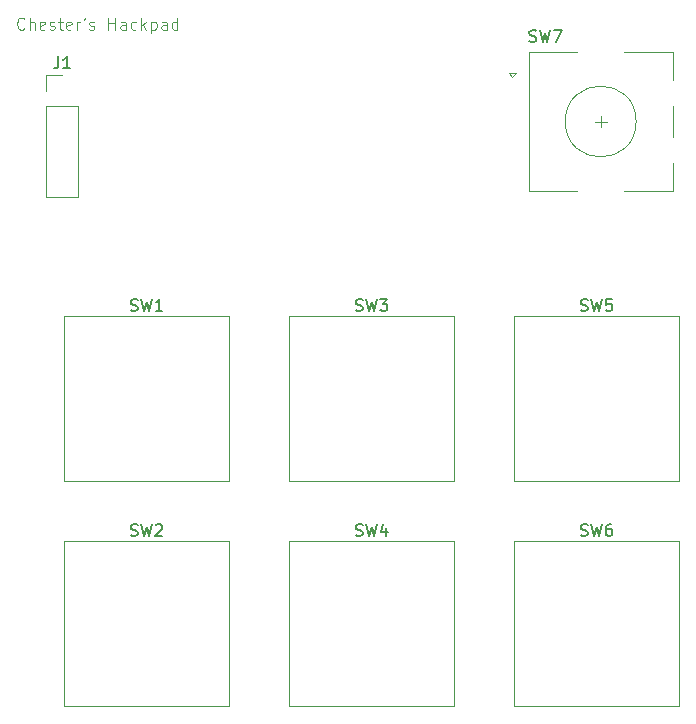
<source format=gto>
%TF.GenerationSoftware,KiCad,Pcbnew,9.0.6*%
%TF.CreationDate,2025-12-10T10:35:02-08:00*%
%TF.ProjectId,hackpad,6861636b-7061-4642-9e6b-696361645f70,rev?*%
%TF.SameCoordinates,Original*%
%TF.FileFunction,Legend,Top*%
%TF.FilePolarity,Positive*%
%FSLAX46Y46*%
G04 Gerber Fmt 4.6, Leading zero omitted, Abs format (unit mm)*
G04 Created by KiCad (PCBNEW 9.0.6) date 2025-12-10 10:35:02*
%MOMM*%
%LPD*%
G01*
G04 APERTURE LIST*
%ADD10C,0.100000*%
%ADD11C,0.150000*%
%ADD12C,0.120000*%
G04 APERTURE END LIST*
D10*
X73011312Y-111537180D02*
X72963693Y-111584800D01*
X72963693Y-111584800D02*
X72820836Y-111632419D01*
X72820836Y-111632419D02*
X72725598Y-111632419D01*
X72725598Y-111632419D02*
X72582741Y-111584800D01*
X72582741Y-111584800D02*
X72487503Y-111489561D01*
X72487503Y-111489561D02*
X72439884Y-111394323D01*
X72439884Y-111394323D02*
X72392265Y-111203847D01*
X72392265Y-111203847D02*
X72392265Y-111060990D01*
X72392265Y-111060990D02*
X72439884Y-110870514D01*
X72439884Y-110870514D02*
X72487503Y-110775276D01*
X72487503Y-110775276D02*
X72582741Y-110680038D01*
X72582741Y-110680038D02*
X72725598Y-110632419D01*
X72725598Y-110632419D02*
X72820836Y-110632419D01*
X72820836Y-110632419D02*
X72963693Y-110680038D01*
X72963693Y-110680038D02*
X73011312Y-110727657D01*
X73439884Y-111632419D02*
X73439884Y-110632419D01*
X73868455Y-111632419D02*
X73868455Y-111108609D01*
X73868455Y-111108609D02*
X73820836Y-111013371D01*
X73820836Y-111013371D02*
X73725598Y-110965752D01*
X73725598Y-110965752D02*
X73582741Y-110965752D01*
X73582741Y-110965752D02*
X73487503Y-111013371D01*
X73487503Y-111013371D02*
X73439884Y-111060990D01*
X74725598Y-111584800D02*
X74630360Y-111632419D01*
X74630360Y-111632419D02*
X74439884Y-111632419D01*
X74439884Y-111632419D02*
X74344646Y-111584800D01*
X74344646Y-111584800D02*
X74297027Y-111489561D01*
X74297027Y-111489561D02*
X74297027Y-111108609D01*
X74297027Y-111108609D02*
X74344646Y-111013371D01*
X74344646Y-111013371D02*
X74439884Y-110965752D01*
X74439884Y-110965752D02*
X74630360Y-110965752D01*
X74630360Y-110965752D02*
X74725598Y-111013371D01*
X74725598Y-111013371D02*
X74773217Y-111108609D01*
X74773217Y-111108609D02*
X74773217Y-111203847D01*
X74773217Y-111203847D02*
X74297027Y-111299085D01*
X75154170Y-111584800D02*
X75249408Y-111632419D01*
X75249408Y-111632419D02*
X75439884Y-111632419D01*
X75439884Y-111632419D02*
X75535122Y-111584800D01*
X75535122Y-111584800D02*
X75582741Y-111489561D01*
X75582741Y-111489561D02*
X75582741Y-111441942D01*
X75582741Y-111441942D02*
X75535122Y-111346704D01*
X75535122Y-111346704D02*
X75439884Y-111299085D01*
X75439884Y-111299085D02*
X75297027Y-111299085D01*
X75297027Y-111299085D02*
X75201789Y-111251466D01*
X75201789Y-111251466D02*
X75154170Y-111156228D01*
X75154170Y-111156228D02*
X75154170Y-111108609D01*
X75154170Y-111108609D02*
X75201789Y-111013371D01*
X75201789Y-111013371D02*
X75297027Y-110965752D01*
X75297027Y-110965752D02*
X75439884Y-110965752D01*
X75439884Y-110965752D02*
X75535122Y-111013371D01*
X75868456Y-110965752D02*
X76249408Y-110965752D01*
X76011313Y-110632419D02*
X76011313Y-111489561D01*
X76011313Y-111489561D02*
X76058932Y-111584800D01*
X76058932Y-111584800D02*
X76154170Y-111632419D01*
X76154170Y-111632419D02*
X76249408Y-111632419D01*
X76963694Y-111584800D02*
X76868456Y-111632419D01*
X76868456Y-111632419D02*
X76677980Y-111632419D01*
X76677980Y-111632419D02*
X76582742Y-111584800D01*
X76582742Y-111584800D02*
X76535123Y-111489561D01*
X76535123Y-111489561D02*
X76535123Y-111108609D01*
X76535123Y-111108609D02*
X76582742Y-111013371D01*
X76582742Y-111013371D02*
X76677980Y-110965752D01*
X76677980Y-110965752D02*
X76868456Y-110965752D01*
X76868456Y-110965752D02*
X76963694Y-111013371D01*
X76963694Y-111013371D02*
X77011313Y-111108609D01*
X77011313Y-111108609D02*
X77011313Y-111203847D01*
X77011313Y-111203847D02*
X76535123Y-111299085D01*
X77439885Y-111632419D02*
X77439885Y-110965752D01*
X77439885Y-111156228D02*
X77487504Y-111060990D01*
X77487504Y-111060990D02*
X77535123Y-111013371D01*
X77535123Y-111013371D02*
X77630361Y-110965752D01*
X77630361Y-110965752D02*
X77725599Y-110965752D01*
X78106552Y-110632419D02*
X78011314Y-110822895D01*
X78487504Y-111584800D02*
X78582742Y-111632419D01*
X78582742Y-111632419D02*
X78773218Y-111632419D01*
X78773218Y-111632419D02*
X78868456Y-111584800D01*
X78868456Y-111584800D02*
X78916075Y-111489561D01*
X78916075Y-111489561D02*
X78916075Y-111441942D01*
X78916075Y-111441942D02*
X78868456Y-111346704D01*
X78868456Y-111346704D02*
X78773218Y-111299085D01*
X78773218Y-111299085D02*
X78630361Y-111299085D01*
X78630361Y-111299085D02*
X78535123Y-111251466D01*
X78535123Y-111251466D02*
X78487504Y-111156228D01*
X78487504Y-111156228D02*
X78487504Y-111108609D01*
X78487504Y-111108609D02*
X78535123Y-111013371D01*
X78535123Y-111013371D02*
X78630361Y-110965752D01*
X78630361Y-110965752D02*
X78773218Y-110965752D01*
X78773218Y-110965752D02*
X78868456Y-111013371D01*
X80106552Y-111632419D02*
X80106552Y-110632419D01*
X80106552Y-111108609D02*
X80677980Y-111108609D01*
X80677980Y-111632419D02*
X80677980Y-110632419D01*
X81582742Y-111632419D02*
X81582742Y-111108609D01*
X81582742Y-111108609D02*
X81535123Y-111013371D01*
X81535123Y-111013371D02*
X81439885Y-110965752D01*
X81439885Y-110965752D02*
X81249409Y-110965752D01*
X81249409Y-110965752D02*
X81154171Y-111013371D01*
X81582742Y-111584800D02*
X81487504Y-111632419D01*
X81487504Y-111632419D02*
X81249409Y-111632419D01*
X81249409Y-111632419D02*
X81154171Y-111584800D01*
X81154171Y-111584800D02*
X81106552Y-111489561D01*
X81106552Y-111489561D02*
X81106552Y-111394323D01*
X81106552Y-111394323D02*
X81154171Y-111299085D01*
X81154171Y-111299085D02*
X81249409Y-111251466D01*
X81249409Y-111251466D02*
X81487504Y-111251466D01*
X81487504Y-111251466D02*
X81582742Y-111203847D01*
X82487504Y-111584800D02*
X82392266Y-111632419D01*
X82392266Y-111632419D02*
X82201790Y-111632419D01*
X82201790Y-111632419D02*
X82106552Y-111584800D01*
X82106552Y-111584800D02*
X82058933Y-111537180D01*
X82058933Y-111537180D02*
X82011314Y-111441942D01*
X82011314Y-111441942D02*
X82011314Y-111156228D01*
X82011314Y-111156228D02*
X82058933Y-111060990D01*
X82058933Y-111060990D02*
X82106552Y-111013371D01*
X82106552Y-111013371D02*
X82201790Y-110965752D01*
X82201790Y-110965752D02*
X82392266Y-110965752D01*
X82392266Y-110965752D02*
X82487504Y-111013371D01*
X82916076Y-111632419D02*
X82916076Y-110632419D01*
X83011314Y-111251466D02*
X83297028Y-111632419D01*
X83297028Y-110965752D02*
X82916076Y-111346704D01*
X83725600Y-110965752D02*
X83725600Y-111965752D01*
X83725600Y-111013371D02*
X83820838Y-110965752D01*
X83820838Y-110965752D02*
X84011314Y-110965752D01*
X84011314Y-110965752D02*
X84106552Y-111013371D01*
X84106552Y-111013371D02*
X84154171Y-111060990D01*
X84154171Y-111060990D02*
X84201790Y-111156228D01*
X84201790Y-111156228D02*
X84201790Y-111441942D01*
X84201790Y-111441942D02*
X84154171Y-111537180D01*
X84154171Y-111537180D02*
X84106552Y-111584800D01*
X84106552Y-111584800D02*
X84011314Y-111632419D01*
X84011314Y-111632419D02*
X83820838Y-111632419D01*
X83820838Y-111632419D02*
X83725600Y-111584800D01*
X85058933Y-111632419D02*
X85058933Y-111108609D01*
X85058933Y-111108609D02*
X85011314Y-111013371D01*
X85011314Y-111013371D02*
X84916076Y-110965752D01*
X84916076Y-110965752D02*
X84725600Y-110965752D01*
X84725600Y-110965752D02*
X84630362Y-111013371D01*
X85058933Y-111584800D02*
X84963695Y-111632419D01*
X84963695Y-111632419D02*
X84725600Y-111632419D01*
X84725600Y-111632419D02*
X84630362Y-111584800D01*
X84630362Y-111584800D02*
X84582743Y-111489561D01*
X84582743Y-111489561D02*
X84582743Y-111394323D01*
X84582743Y-111394323D02*
X84630362Y-111299085D01*
X84630362Y-111299085D02*
X84725600Y-111251466D01*
X84725600Y-111251466D02*
X84963695Y-111251466D01*
X84963695Y-111251466D02*
X85058933Y-111203847D01*
X85963695Y-111632419D02*
X85963695Y-110632419D01*
X85963695Y-111584800D02*
X85868457Y-111632419D01*
X85868457Y-111632419D02*
X85677981Y-111632419D01*
X85677981Y-111632419D02*
X85582743Y-111584800D01*
X85582743Y-111584800D02*
X85535124Y-111537180D01*
X85535124Y-111537180D02*
X85487505Y-111441942D01*
X85487505Y-111441942D02*
X85487505Y-111156228D01*
X85487505Y-111156228D02*
X85535124Y-111060990D01*
X85535124Y-111060990D02*
X85582743Y-111013371D01*
X85582743Y-111013371D02*
X85677981Y-110965752D01*
X85677981Y-110965752D02*
X85868457Y-110965752D01*
X85868457Y-110965752D02*
X85963695Y-111013371D01*
D11*
X82010417Y-154458200D02*
X82153274Y-154505819D01*
X82153274Y-154505819D02*
X82391369Y-154505819D01*
X82391369Y-154505819D02*
X82486607Y-154458200D01*
X82486607Y-154458200D02*
X82534226Y-154410580D01*
X82534226Y-154410580D02*
X82581845Y-154315342D01*
X82581845Y-154315342D02*
X82581845Y-154220104D01*
X82581845Y-154220104D02*
X82534226Y-154124866D01*
X82534226Y-154124866D02*
X82486607Y-154077247D01*
X82486607Y-154077247D02*
X82391369Y-154029628D01*
X82391369Y-154029628D02*
X82200893Y-153982009D01*
X82200893Y-153982009D02*
X82105655Y-153934390D01*
X82105655Y-153934390D02*
X82058036Y-153886771D01*
X82058036Y-153886771D02*
X82010417Y-153791533D01*
X82010417Y-153791533D02*
X82010417Y-153696295D01*
X82010417Y-153696295D02*
X82058036Y-153601057D01*
X82058036Y-153601057D02*
X82105655Y-153553438D01*
X82105655Y-153553438D02*
X82200893Y-153505819D01*
X82200893Y-153505819D02*
X82438988Y-153505819D01*
X82438988Y-153505819D02*
X82581845Y-153553438D01*
X82915179Y-153505819D02*
X83153274Y-154505819D01*
X83153274Y-154505819D02*
X83343750Y-153791533D01*
X83343750Y-153791533D02*
X83534226Y-154505819D01*
X83534226Y-154505819D02*
X83772322Y-153505819D01*
X84105655Y-153601057D02*
X84153274Y-153553438D01*
X84153274Y-153553438D02*
X84248512Y-153505819D01*
X84248512Y-153505819D02*
X84486607Y-153505819D01*
X84486607Y-153505819D02*
X84581845Y-153553438D01*
X84581845Y-153553438D02*
X84629464Y-153601057D01*
X84629464Y-153601057D02*
X84677083Y-153696295D01*
X84677083Y-153696295D02*
X84677083Y-153791533D01*
X84677083Y-153791533D02*
X84629464Y-153934390D01*
X84629464Y-153934390D02*
X84058036Y-154505819D01*
X84058036Y-154505819D02*
X84677083Y-154505819D01*
X120110417Y-154458200D02*
X120253274Y-154505819D01*
X120253274Y-154505819D02*
X120491369Y-154505819D01*
X120491369Y-154505819D02*
X120586607Y-154458200D01*
X120586607Y-154458200D02*
X120634226Y-154410580D01*
X120634226Y-154410580D02*
X120681845Y-154315342D01*
X120681845Y-154315342D02*
X120681845Y-154220104D01*
X120681845Y-154220104D02*
X120634226Y-154124866D01*
X120634226Y-154124866D02*
X120586607Y-154077247D01*
X120586607Y-154077247D02*
X120491369Y-154029628D01*
X120491369Y-154029628D02*
X120300893Y-153982009D01*
X120300893Y-153982009D02*
X120205655Y-153934390D01*
X120205655Y-153934390D02*
X120158036Y-153886771D01*
X120158036Y-153886771D02*
X120110417Y-153791533D01*
X120110417Y-153791533D02*
X120110417Y-153696295D01*
X120110417Y-153696295D02*
X120158036Y-153601057D01*
X120158036Y-153601057D02*
X120205655Y-153553438D01*
X120205655Y-153553438D02*
X120300893Y-153505819D01*
X120300893Y-153505819D02*
X120538988Y-153505819D01*
X120538988Y-153505819D02*
X120681845Y-153553438D01*
X121015179Y-153505819D02*
X121253274Y-154505819D01*
X121253274Y-154505819D02*
X121443750Y-153791533D01*
X121443750Y-153791533D02*
X121634226Y-154505819D01*
X121634226Y-154505819D02*
X121872322Y-153505819D01*
X122681845Y-153505819D02*
X122491369Y-153505819D01*
X122491369Y-153505819D02*
X122396131Y-153553438D01*
X122396131Y-153553438D02*
X122348512Y-153601057D01*
X122348512Y-153601057D02*
X122253274Y-153743914D01*
X122253274Y-153743914D02*
X122205655Y-153934390D01*
X122205655Y-153934390D02*
X122205655Y-154315342D01*
X122205655Y-154315342D02*
X122253274Y-154410580D01*
X122253274Y-154410580D02*
X122300893Y-154458200D01*
X122300893Y-154458200D02*
X122396131Y-154505819D01*
X122396131Y-154505819D02*
X122586607Y-154505819D01*
X122586607Y-154505819D02*
X122681845Y-154458200D01*
X122681845Y-154458200D02*
X122729464Y-154410580D01*
X122729464Y-154410580D02*
X122777083Y-154315342D01*
X122777083Y-154315342D02*
X122777083Y-154077247D01*
X122777083Y-154077247D02*
X122729464Y-153982009D01*
X122729464Y-153982009D02*
X122681845Y-153934390D01*
X122681845Y-153934390D02*
X122586607Y-153886771D01*
X122586607Y-153886771D02*
X122396131Y-153886771D01*
X122396131Y-153886771D02*
X122300893Y-153934390D01*
X122300893Y-153934390D02*
X122253274Y-153982009D01*
X122253274Y-153982009D02*
X122205655Y-154077247D01*
X75866666Y-113914819D02*
X75866666Y-114629104D01*
X75866666Y-114629104D02*
X75819047Y-114771961D01*
X75819047Y-114771961D02*
X75723809Y-114867200D01*
X75723809Y-114867200D02*
X75580952Y-114914819D01*
X75580952Y-114914819D02*
X75485714Y-114914819D01*
X76866666Y-114914819D02*
X76295238Y-114914819D01*
X76580952Y-114914819D02*
X76580952Y-113914819D01*
X76580952Y-113914819D02*
X76485714Y-114057676D01*
X76485714Y-114057676D02*
X76390476Y-114152914D01*
X76390476Y-114152914D02*
X76295238Y-114200533D01*
X101060417Y-135408200D02*
X101203274Y-135455819D01*
X101203274Y-135455819D02*
X101441369Y-135455819D01*
X101441369Y-135455819D02*
X101536607Y-135408200D01*
X101536607Y-135408200D02*
X101584226Y-135360580D01*
X101584226Y-135360580D02*
X101631845Y-135265342D01*
X101631845Y-135265342D02*
X101631845Y-135170104D01*
X101631845Y-135170104D02*
X101584226Y-135074866D01*
X101584226Y-135074866D02*
X101536607Y-135027247D01*
X101536607Y-135027247D02*
X101441369Y-134979628D01*
X101441369Y-134979628D02*
X101250893Y-134932009D01*
X101250893Y-134932009D02*
X101155655Y-134884390D01*
X101155655Y-134884390D02*
X101108036Y-134836771D01*
X101108036Y-134836771D02*
X101060417Y-134741533D01*
X101060417Y-134741533D02*
X101060417Y-134646295D01*
X101060417Y-134646295D02*
X101108036Y-134551057D01*
X101108036Y-134551057D02*
X101155655Y-134503438D01*
X101155655Y-134503438D02*
X101250893Y-134455819D01*
X101250893Y-134455819D02*
X101488988Y-134455819D01*
X101488988Y-134455819D02*
X101631845Y-134503438D01*
X101965179Y-134455819D02*
X102203274Y-135455819D01*
X102203274Y-135455819D02*
X102393750Y-134741533D01*
X102393750Y-134741533D02*
X102584226Y-135455819D01*
X102584226Y-135455819D02*
X102822322Y-134455819D01*
X103108036Y-134455819D02*
X103727083Y-134455819D01*
X103727083Y-134455819D02*
X103393750Y-134836771D01*
X103393750Y-134836771D02*
X103536607Y-134836771D01*
X103536607Y-134836771D02*
X103631845Y-134884390D01*
X103631845Y-134884390D02*
X103679464Y-134932009D01*
X103679464Y-134932009D02*
X103727083Y-135027247D01*
X103727083Y-135027247D02*
X103727083Y-135265342D01*
X103727083Y-135265342D02*
X103679464Y-135360580D01*
X103679464Y-135360580D02*
X103631845Y-135408200D01*
X103631845Y-135408200D02*
X103536607Y-135455819D01*
X103536607Y-135455819D02*
X103250893Y-135455819D01*
X103250893Y-135455819D02*
X103155655Y-135408200D01*
X103155655Y-135408200D02*
X103108036Y-135360580D01*
X101060417Y-154458200D02*
X101203274Y-154505819D01*
X101203274Y-154505819D02*
X101441369Y-154505819D01*
X101441369Y-154505819D02*
X101536607Y-154458200D01*
X101536607Y-154458200D02*
X101584226Y-154410580D01*
X101584226Y-154410580D02*
X101631845Y-154315342D01*
X101631845Y-154315342D02*
X101631845Y-154220104D01*
X101631845Y-154220104D02*
X101584226Y-154124866D01*
X101584226Y-154124866D02*
X101536607Y-154077247D01*
X101536607Y-154077247D02*
X101441369Y-154029628D01*
X101441369Y-154029628D02*
X101250893Y-153982009D01*
X101250893Y-153982009D02*
X101155655Y-153934390D01*
X101155655Y-153934390D02*
X101108036Y-153886771D01*
X101108036Y-153886771D02*
X101060417Y-153791533D01*
X101060417Y-153791533D02*
X101060417Y-153696295D01*
X101060417Y-153696295D02*
X101108036Y-153601057D01*
X101108036Y-153601057D02*
X101155655Y-153553438D01*
X101155655Y-153553438D02*
X101250893Y-153505819D01*
X101250893Y-153505819D02*
X101488988Y-153505819D01*
X101488988Y-153505819D02*
X101631845Y-153553438D01*
X101965179Y-153505819D02*
X102203274Y-154505819D01*
X102203274Y-154505819D02*
X102393750Y-153791533D01*
X102393750Y-153791533D02*
X102584226Y-154505819D01*
X102584226Y-154505819D02*
X102822322Y-153505819D01*
X103631845Y-153839152D02*
X103631845Y-154505819D01*
X103393750Y-153458200D02*
X103155655Y-154172485D01*
X103155655Y-154172485D02*
X103774702Y-154172485D01*
X120110417Y-135408200D02*
X120253274Y-135455819D01*
X120253274Y-135455819D02*
X120491369Y-135455819D01*
X120491369Y-135455819D02*
X120586607Y-135408200D01*
X120586607Y-135408200D02*
X120634226Y-135360580D01*
X120634226Y-135360580D02*
X120681845Y-135265342D01*
X120681845Y-135265342D02*
X120681845Y-135170104D01*
X120681845Y-135170104D02*
X120634226Y-135074866D01*
X120634226Y-135074866D02*
X120586607Y-135027247D01*
X120586607Y-135027247D02*
X120491369Y-134979628D01*
X120491369Y-134979628D02*
X120300893Y-134932009D01*
X120300893Y-134932009D02*
X120205655Y-134884390D01*
X120205655Y-134884390D02*
X120158036Y-134836771D01*
X120158036Y-134836771D02*
X120110417Y-134741533D01*
X120110417Y-134741533D02*
X120110417Y-134646295D01*
X120110417Y-134646295D02*
X120158036Y-134551057D01*
X120158036Y-134551057D02*
X120205655Y-134503438D01*
X120205655Y-134503438D02*
X120300893Y-134455819D01*
X120300893Y-134455819D02*
X120538988Y-134455819D01*
X120538988Y-134455819D02*
X120681845Y-134503438D01*
X121015179Y-134455819D02*
X121253274Y-135455819D01*
X121253274Y-135455819D02*
X121443750Y-134741533D01*
X121443750Y-134741533D02*
X121634226Y-135455819D01*
X121634226Y-135455819D02*
X121872322Y-134455819D01*
X122729464Y-134455819D02*
X122253274Y-134455819D01*
X122253274Y-134455819D02*
X122205655Y-134932009D01*
X122205655Y-134932009D02*
X122253274Y-134884390D01*
X122253274Y-134884390D02*
X122348512Y-134836771D01*
X122348512Y-134836771D02*
X122586607Y-134836771D01*
X122586607Y-134836771D02*
X122681845Y-134884390D01*
X122681845Y-134884390D02*
X122729464Y-134932009D01*
X122729464Y-134932009D02*
X122777083Y-135027247D01*
X122777083Y-135027247D02*
X122777083Y-135265342D01*
X122777083Y-135265342D02*
X122729464Y-135360580D01*
X122729464Y-135360580D02*
X122681845Y-135408200D01*
X122681845Y-135408200D02*
X122586607Y-135455819D01*
X122586607Y-135455819D02*
X122348512Y-135455819D01*
X122348512Y-135455819D02*
X122253274Y-135408200D01*
X122253274Y-135408200D02*
X122205655Y-135360580D01*
X115766667Y-112627200D02*
X115909524Y-112674819D01*
X115909524Y-112674819D02*
X116147619Y-112674819D01*
X116147619Y-112674819D02*
X116242857Y-112627200D01*
X116242857Y-112627200D02*
X116290476Y-112579580D01*
X116290476Y-112579580D02*
X116338095Y-112484342D01*
X116338095Y-112484342D02*
X116338095Y-112389104D01*
X116338095Y-112389104D02*
X116290476Y-112293866D01*
X116290476Y-112293866D02*
X116242857Y-112246247D01*
X116242857Y-112246247D02*
X116147619Y-112198628D01*
X116147619Y-112198628D02*
X115957143Y-112151009D01*
X115957143Y-112151009D02*
X115861905Y-112103390D01*
X115861905Y-112103390D02*
X115814286Y-112055771D01*
X115814286Y-112055771D02*
X115766667Y-111960533D01*
X115766667Y-111960533D02*
X115766667Y-111865295D01*
X115766667Y-111865295D02*
X115814286Y-111770057D01*
X115814286Y-111770057D02*
X115861905Y-111722438D01*
X115861905Y-111722438D02*
X115957143Y-111674819D01*
X115957143Y-111674819D02*
X116195238Y-111674819D01*
X116195238Y-111674819D02*
X116338095Y-111722438D01*
X116671429Y-111674819D02*
X116909524Y-112674819D01*
X116909524Y-112674819D02*
X117100000Y-111960533D01*
X117100000Y-111960533D02*
X117290476Y-112674819D01*
X117290476Y-112674819D02*
X117528572Y-111674819D01*
X117814286Y-111674819D02*
X118480952Y-111674819D01*
X118480952Y-111674819D02*
X118052381Y-112674819D01*
X82010417Y-135408200D02*
X82153274Y-135455819D01*
X82153274Y-135455819D02*
X82391369Y-135455819D01*
X82391369Y-135455819D02*
X82486607Y-135408200D01*
X82486607Y-135408200D02*
X82534226Y-135360580D01*
X82534226Y-135360580D02*
X82581845Y-135265342D01*
X82581845Y-135265342D02*
X82581845Y-135170104D01*
X82581845Y-135170104D02*
X82534226Y-135074866D01*
X82534226Y-135074866D02*
X82486607Y-135027247D01*
X82486607Y-135027247D02*
X82391369Y-134979628D01*
X82391369Y-134979628D02*
X82200893Y-134932009D01*
X82200893Y-134932009D02*
X82105655Y-134884390D01*
X82105655Y-134884390D02*
X82058036Y-134836771D01*
X82058036Y-134836771D02*
X82010417Y-134741533D01*
X82010417Y-134741533D02*
X82010417Y-134646295D01*
X82010417Y-134646295D02*
X82058036Y-134551057D01*
X82058036Y-134551057D02*
X82105655Y-134503438D01*
X82105655Y-134503438D02*
X82200893Y-134455819D01*
X82200893Y-134455819D02*
X82438988Y-134455819D01*
X82438988Y-134455819D02*
X82581845Y-134503438D01*
X82915179Y-134455819D02*
X83153274Y-135455819D01*
X83153274Y-135455819D02*
X83343750Y-134741533D01*
X83343750Y-134741533D02*
X83534226Y-135455819D01*
X83534226Y-135455819D02*
X83772322Y-134455819D01*
X84677083Y-135455819D02*
X84105655Y-135455819D01*
X84391369Y-135455819D02*
X84391369Y-134455819D01*
X84391369Y-134455819D02*
X84296131Y-134598676D01*
X84296131Y-134598676D02*
X84200893Y-134693914D01*
X84200893Y-134693914D02*
X84105655Y-134741533D01*
D12*
%TO.C,SW2*%
X76358750Y-154940000D02*
X90328750Y-154940000D01*
X76358750Y-168910000D02*
X76358750Y-154940000D01*
X90328750Y-154940000D02*
X90328750Y-168910000D01*
X90328750Y-168910000D02*
X76358750Y-168910000D01*
%TO.C,SW6*%
X114458750Y-154940000D02*
X128428750Y-154940000D01*
X114458750Y-168910000D02*
X114458750Y-154940000D01*
X128428750Y-154940000D02*
X128428750Y-168910000D01*
X128428750Y-168910000D02*
X114458750Y-168910000D01*
%TO.C,J1*%
X74820000Y-115460000D02*
X76200000Y-115460000D01*
X74820000Y-116840000D02*
X74820000Y-115460000D01*
X74820000Y-118110000D02*
X74820000Y-125840000D01*
X74820000Y-118110000D02*
X77580000Y-118110000D01*
X74820000Y-125840000D02*
X77580000Y-125840000D01*
X77580000Y-118110000D02*
X77580000Y-125840000D01*
%TO.C,SW3*%
X95408750Y-135890000D02*
X109378750Y-135890000D01*
X95408750Y-149860000D02*
X95408750Y-135890000D01*
X109378750Y-135890000D02*
X109378750Y-149860000D01*
X109378750Y-149860000D02*
X95408750Y-149860000D01*
%TO.C,SW4*%
X95408750Y-154940000D02*
X109378750Y-154940000D01*
X95408750Y-168910000D02*
X95408750Y-154940000D01*
X109378750Y-154940000D02*
X109378750Y-168910000D01*
X109378750Y-168910000D02*
X95408750Y-168910000D01*
%TO.C,SW5*%
X114458750Y-135890000D02*
X128428750Y-135890000D01*
X114458750Y-149860000D02*
X114458750Y-135890000D01*
X128428750Y-135890000D02*
X128428750Y-149860000D01*
X128428750Y-149860000D02*
X114458750Y-149860000D01*
%TO.C,SW7*%
X114000000Y-115320000D02*
X114600000Y-115320000D01*
X114300000Y-115620000D02*
X114000000Y-115320000D01*
X114600000Y-115320000D02*
X114300000Y-115620000D01*
X115700000Y-113520000D02*
X115700000Y-125320000D01*
X119800000Y-113520000D02*
X115700000Y-113520000D01*
X119800000Y-125320000D02*
X115700000Y-125320000D01*
X121300000Y-119420000D02*
X122300000Y-119420000D01*
X121800000Y-118920000D02*
X121800000Y-119920000D01*
X123800000Y-113520000D02*
X127900000Y-113520000D01*
X127900000Y-113520000D02*
X127900000Y-115920000D01*
X127900000Y-118120000D02*
X127900000Y-120720000D01*
X127900000Y-122920000D02*
X127900000Y-125320000D01*
X127900000Y-125320000D02*
X123800000Y-125320000D01*
X124800000Y-119420000D02*
G75*
G02*
X118800000Y-119420000I-3000000J0D01*
G01*
X118800000Y-119420000D02*
G75*
G02*
X124800000Y-119420000I3000000J0D01*
G01*
%TO.C,SW1*%
X76358750Y-135890000D02*
X90328750Y-135890000D01*
X76358750Y-149860000D02*
X76358750Y-135890000D01*
X90328750Y-135890000D02*
X90328750Y-149860000D01*
X90328750Y-149860000D02*
X76358750Y-149860000D01*
%TD*%
M02*

</source>
